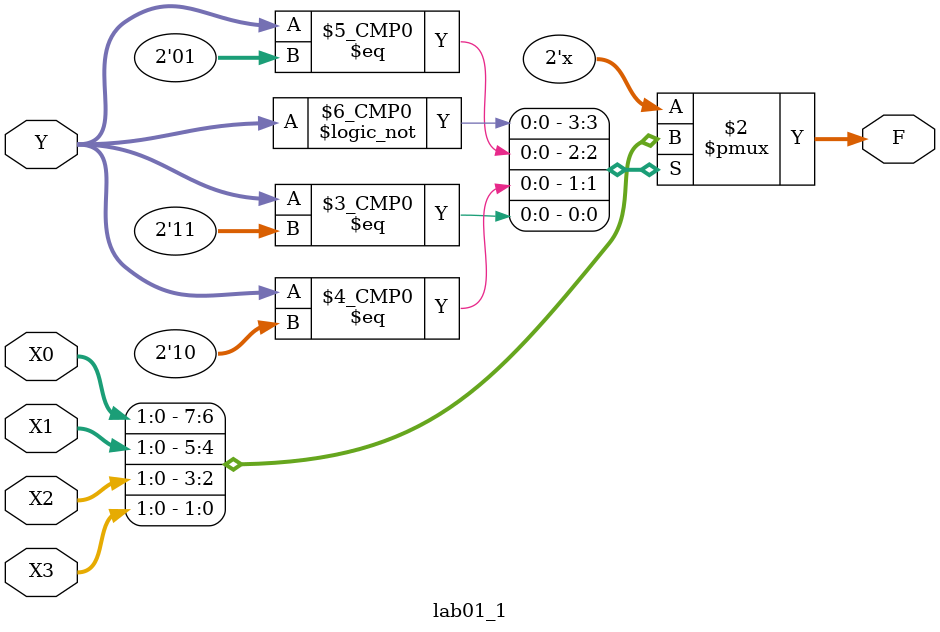
<source format=v>
`timescale 1ns / 1ps


 module lab01_1(    
	input [1:0] X0,
	input [1:0] X1,
	input [1:0] X2,
	input [1:0] X3,
	input [1:0] Y,
	output reg [1:0] F
	);

always @(*) begin
    case (Y)
        2'b00: F = X0;
        2'b01: F = X1;
        2'b10: F = X2;
        2'b11: F = X3;
        default: F = 2'b00;
    endcase
end

endmodule

</source>
